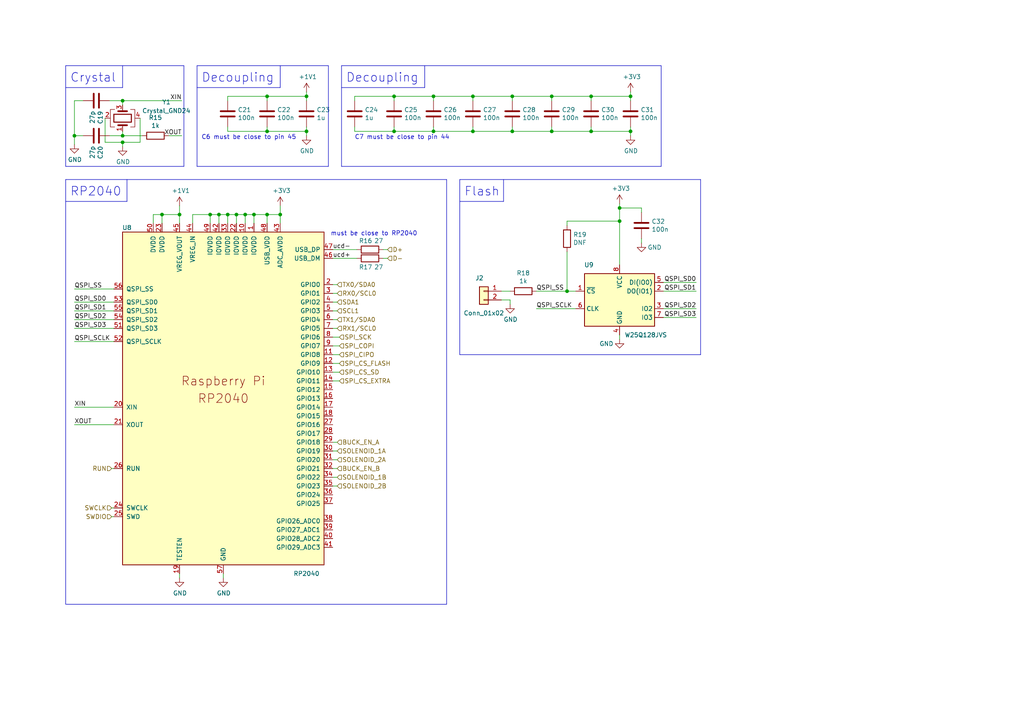
<source format=kicad_sch>
(kicad_sch (version 20230121) (generator eeschema)
  (paper "A4")
  (lib_symbols
    (symbol "Connector_Generic:Conn_01x02" (pin_names (offset 1.016) hide)
      (property "Reference" "J" (at 0 2.54 0))
      (property "Value" "Conn_01x02" (at 0 -5.08 0))
      (symbol "Conn_01x02_1_1"
        (rectangle (start -1.27 -2.413) (end 0 -2.667) (stroke (width 0.1524)))
        (rectangle (start -1.27 0.127) (end 0 -0.127) (stroke (width 0.1524)))
        (rectangle (start -1.27 1.27) (end 1.27 -3.81) (stroke (width 0.254)) (fill (type background)))
        (pin passive line (at -5.08 0 0) (length 3.81) (name "Pin_1") (number "1"))
        (pin passive line (at -5.08 -2.54 0) (length 3.81) (name "Pin_2") (number "2"))
      )
    )
    (symbol "Device:C" (pin_numbers hide) (pin_names (offset 0.254))
      (property "Reference" "C" (at 0.635 2.54 0))
      (property "Value" "C" (at 0.635 -2.54 0))
      (symbol "C_0_1"
        (polyline (pts (xy -2.032 -0.762) (xy 2.032 -0.762)) (stroke (width 0.508)))
        (polyline (pts (xy -2.032 0.762) (xy 2.032 0.762)) (stroke (width 0.508)))
      )
      (symbol "C_1_1"
        (pin passive line (at 0 3.81 270) (length 2.794) (name "~") (number "1"))
        (pin passive line (at 0 -3.81 90) (length 2.794) (name "~") (number "2"))
      )
    )
    (symbol "Device:Crystal_GND24" (pin_names (offset 1.016) hide)
      (property "Reference" "Y" (at 3.175 5.08 0))
      (property "Value" "Crystal_GND24" (at 3.175 3.175 0))
      (symbol "Crystal_GND24_0_1"
        (rectangle (start -1.143 2.54) (end 1.143 -2.54) (stroke (width 0.3048)))
        (polyline (pts (xy -2.54 0) (xy -2.032 0)))
        (polyline (pts (xy -2.032 -1.27) (xy -2.032 1.27)) (stroke (width 0.508)))
        (polyline (pts (xy 0 -3.81) (xy 0 -3.556)))
        (polyline (pts (xy 0 3.556) (xy 0 3.81)))
        (polyline (pts (xy 2.032 -1.27) (xy 2.032 1.27)) (stroke (width 0.508)))
        (polyline (pts (xy 2.032 0) (xy 2.54 0)))
        (polyline (pts (xy -2.54 -2.286) (xy -2.54 -3.556) (xy 2.54 -3.556) (xy 2.54 -2.286)))
        (polyline (pts (xy -2.54 2.286) (xy -2.54 3.556) (xy 2.54 3.556) (xy 2.54 2.286)))
      )
      (symbol "Crystal_GND24_1_1"
        (pin passive line (at -3.81 0 0) (length 1.27) (name "1") (number "1"))
        (pin passive line (at 0 5.08 270) (length 1.27) (name "2") (number "2"))
        (pin passive line (at 3.81 0 180) (length 1.27) (name "3") (number "3"))
        (pin passive line (at 0 -5.08 90) (length 1.27) (name "4") (number "4"))
      )
    )
    (symbol "Device:R" (pin_numbers hide) (pin_names (offset 0))
      (property "Reference" "R" (at 2.032 0 90))
      (property "Value" "R" (at 0 0 90))
      (symbol "R_0_1"
        (rectangle (start -1.016 -2.54) (end 1.016 2.54) (stroke (width 0.254)))
      )
      (symbol "R_1_1"
        (pin passive line (at 0 3.81 270) (length 1.27) (name "~") (number "1"))
        (pin passive line (at 0 -3.81 90) (length 1.27) (name "~") (number "2"))
      )
    )
    (symbol "MCU_RaspberryPi_RP2040:RP2040" (pin_names (offset 1.016))
      (property "Reference" "U" (at -29.21 49.53 0))
      (property "Value" "RP2040" (at 24.13 -49.53 0))
      (symbol "RP2040_0_0"
        (text "Raspberry Pi" (at 0 5.08 0) (effects (font (size 2.54 2.54))))
        (text "RP2040" (at 0 0 0) (effects (font (size 2.54 2.54))))
      )
      (symbol "RP2040_0_1"
        (rectangle (start 29.21 48.26) (end -29.21 -48.26) (stroke (width 0.254)) (fill (type background)))
      )
      (symbol "RP2040_1_1"
        (pin power_in line (at 8.89 50.8 270) (length 2.54) (name "IOVDD") (number "1"))
        (pin power_in line (at 6.35 50.8 270) (length 2.54) (name "IOVDD") (number "10"))
        (pin bidirectional line (at 31.75 12.7 180) (length 2.54) (name "GPIO8") (number "11"))
        (pin bidirectional line (at 31.75 10.16 180) (length 2.54) (name "GPIO9") (number "12"))
        (pin bidirectional line (at 31.75 7.62 180) (length 2.54) (name "GPIO10") (number "13"))
        (pin bidirectional line (at 31.75 5.08 180) (length 2.54) (name "GPIO11") (number "14"))
        (pin bidirectional line (at 31.75 2.54 180) (length 2.54) (name "GPIO12") (number "15"))
        (pin bidirectional line (at 31.75 0 180) (length 2.54) (name "GPIO13") (number "16"))
        (pin bidirectional line (at 31.75 -2.54 180) (length 2.54) (name "GPIO14") (number "17"))
        (pin bidirectional line (at 31.75 -5.08 180) (length 2.54) (name "GPIO15") (number "18"))
        (pin passive line (at -12.7 -50.8 90) (length 2.54) (name "TESTEN") (number "19"))
        (pin bidirectional line (at 31.75 33.02 180) (length 2.54) (name "GPIO0") (number "2"))
        (pin input line (at -31.75 -2.54 0) (length 2.54) (name "XIN") (number "20"))
        (pin passive line (at -31.75 -7.62 0) (length 2.54) (name "XOUT") (number "21"))
        (pin power_in line (at 3.81 50.8 270) (length 2.54) (name "IOVDD") (number "22"))
        (pin power_in line (at -17.78 50.8 270) (length 2.54) (name "DVDD") (number "23"))
        (pin output line (at -31.75 -31.75 0) (length 2.54) (name "SWCLK") (number "24"))
        (pin bidirectional line (at -31.75 -34.29 0) (length 2.54) (name "SWD") (number "25"))
        (pin input line (at -31.75 -20.32 0) (length 2.54) (name "RUN") (number "26"))
        (pin bidirectional line (at 31.75 -7.62 180) (length 2.54) (name "GPIO16") (number "27"))
        (pin bidirectional line (at 31.75 -10.16 180) (length 2.54) (name "GPIO17") (number "28"))
        (pin bidirectional line (at 31.75 -12.7 180) (length 2.54) (name "GPIO18") (number "29"))
        (pin bidirectional line (at 31.75 30.48 180) (length 2.54) (name "GPIO1") (number "3"))
        (pin bidirectional line (at 31.75 -15.24 180) (length 2.54) (name "GPIO19") (number "30"))
        (pin bidirectional line (at 31.75 -17.78 180) (length 2.54) (name "GPIO20") (number "31"))
        (pin bidirectional line (at 31.75 -20.32 180) (length 2.54) (name "GPIO21") (number "32"))
        (pin power_in line (at 1.27 50.8 270) (length 2.54) (name "IOVDD") (number "33"))
        (pin bidirectional line (at 31.75 -22.86 180) (length 2.54) (name "GPIO22") (number "34"))
        (pin bidirectional line (at 31.75 -25.4 180) (length 2.54) (name "GPIO23") (number "35"))
        (pin bidirectional line (at 31.75 -27.94 180) (length 2.54) (name "GPIO24") (number "36"))
        (pin bidirectional line (at 31.75 -30.48 180) (length 2.54) (name "GPIO25") (number "37"))
        (pin bidirectional line (at 31.75 -35.56 180) (length 2.54) (name "GPIO26_ADC0") (number "38"))
        (pin bidirectional line (at 31.75 -38.1 180) (length 2.54) (name "GPIO27_ADC1") (number "39"))
        (pin bidirectional line (at 31.75 27.94 180) (length 2.54) (name "GPIO2") (number "4"))
        (pin bidirectional line (at 31.75 -40.64 180) (length 2.54) (name "GPIO28_ADC2") (number "40"))
        (pin bidirectional line (at 31.75 -43.18 180) (length 2.54) (name "GPIO29_ADC3") (number "41"))
        (pin power_in line (at -1.27 50.8 270) (length 2.54) (name "IOVDD") (number "42"))
        (pin power_in line (at 16.51 50.8 270) (length 2.54) (name "ADC_AVDD") (number "43"))
        (pin power_in line (at -8.89 50.8 270) (length 2.54) (name "VREG_IN") (number "44"))
        (pin power_out line (at -12.7 50.8 270) (length 2.54) (name "VREG_VOUT") (number "45"))
        (pin bidirectional line (at 31.75 40.64 180) (length 2.54) (name "USB_DM") (number "46"))
        (pin bidirectional line (at 31.75 43.18 180) (length 2.54) (name "USB_DP") (number "47"))
        (pin power_in line (at 12.7 50.8 270) (length 2.54) (name "USB_VDD") (number "48"))
        (pin power_in line (at -3.81 50.8 270) (length 2.54) (name "IOVDD") (number "49"))
        (pin bidirectional line (at 31.75 25.4 180) (length 2.54) (name "GPIO3") (number "5"))
        (pin power_in line (at -20.32 50.8 270) (length 2.54) (name "DVDD") (number "50"))
        (pin bidirectional line (at -31.75 20.32 0) (length 2.54) (name "QSPI_SD3") (number "51"))
        (pin output line (at -31.75 16.51 0) (length 2.54) (name "QSPI_SCLK") (number "52"))
        (pin bidirectional line (at -31.75 27.94 0) (length 2.54) (name "QSPI_SD0") (number "53"))
        (pin bidirectional line (at -31.75 22.86 0) (length 2.54) (name "QSPI_SD2") (number "54"))
        (pin bidirectional line (at -31.75 25.4 0) (length 2.54) (name "QSPI_SD1") (number "55"))
        (pin bidirectional line (at -31.75 31.75 0) (length 2.54) (name "QSPI_SS") (number "56"))
        (pin power_in line (at 0 -50.8 90) (length 2.54) (name "GND") (number "57"))
        (pin bidirectional line (at 31.75 22.86 180) (length 2.54) (name "GPIO4") (number "6"))
        (pin bidirectional line (at 31.75 20.32 180) (length 2.54) (name "GPIO5") (number "7"))
        (pin bidirectional line (at 31.75 17.78 180) (length 2.54) (name "GPIO6") (number "8"))
        (pin bidirectional line (at 31.75 15.24 180) (length 2.54) (name "GPIO7") (number "9"))
      )
    )
    (symbol "Memory_Flash:W25Q128JVS"
      (property "Reference" "U" (at -8.89 8.89 0))
      (property "Value" "W25Q128JVS" (at 7.62 8.89 0))
      (symbol "W25Q128JVS_0_1"
        (rectangle (start -10.16 7.62) (end 10.16 -7.62) (stroke (width 0.254)) (fill (type background)))
      )
      (symbol "W25Q128JVS_1_1"
        (pin input line (at -12.7 2.54 0) (length 2.54) (name "~{CS}") (number "1"))
        (pin bidirectional line (at 12.7 2.54 180) (length 2.54) (name "DO(IO1)") (number "2"))
        (pin bidirectional line (at 12.7 -2.54 180) (length 2.54) (name "IO2") (number "3"))
        (pin power_in line (at 0 -10.16 90) (length 2.54) (name "GND") (number "4"))
        (pin bidirectional line (at 12.7 5.08 180) (length 2.54) (name "DI(IO0)") (number "5"))
        (pin input line (at -12.7 -2.54 0) (length 2.54) (name "CLK") (number "6"))
        (pin bidirectional line (at 12.7 -5.08 180) (length 2.54) (name "IO3") (number "7"))
        (pin power_in line (at 0 10.16 270) (length 2.54) (name "VCC") (number "8"))
      )
    )
    (symbol "power:+1V1" (power) (pin_names (offset 0))
      (property "Value" "+1V1" (at 0 3.556 0))
      (symbol "+1V1_0_1"
        (polyline (pts (xy -0.762 1.27) (xy 0 2.54)))
        (polyline (pts (xy 0 0) (xy 0 2.54)))
        (polyline (pts (xy 0 2.54) (xy 0.762 1.27)))
      )
      (symbol "+1V1_1_1"
        (pin power_in line (at 0 0 90) (length 0) hide (name "+1V1") (number "1"))
      )
    )
    (symbol "power:+3V3" (power) (pin_names (offset 0))
      (property "Value" "+3V3" (at 0 3.556 0))
      (symbol "+3V3_0_1"
        (polyline (pts (xy -0.762 1.27) (xy 0 2.54)))
        (polyline (pts (xy 0 0) (xy 0 2.54)))
        (polyline (pts (xy 0 2.54) (xy 0.762 1.27)))
      )
      (symbol "+3V3_1_1"
        (pin power_in line (at 0 0 90) (length 0) hide (name "+3V3") (number "1"))
      )
    )
    (symbol "power:GND" (power) (pin_names (offset 0))
      (property "Value" "GND" (at 0 -3.81 0))
      (symbol "GND_0_1"
        (polyline (pts (xy 0 0) (xy 0 -1.27) (xy 1.27 -1.27) (xy 0 -2.54) (xy -1.27 -1.27) (xy 0 -1.27)))
      )
      (symbol "GND_1_1"
        (pin power_in line (at 0 0 270) (length 0) hide (name "GND") (number "1"))
      )
    )
  )
  (junction (at 160.02 27.94))
  (junction (at 179.705 64.135))
  (junction (at 71.12 62.23))
  (junction (at 68.58 62.23))
  (junction (at 114.3 27.94))
  (junction (at 60.96 62.23))
  (junction (at 73.66 62.23))
  (junction (at 114.3 38.1))
  (junction (at 88.9 38.1))
  (junction (at 77.47 62.23))
  (junction (at 171.45 38.1))
  (junction (at 148.59 38.1))
  (junction (at 77.47 38.1))
  (junction (at 160.02 38.1))
  (junction (at 77.47 27.94))
  (junction (at 81.28 62.23))
  (junction (at 125.73 27.94))
  (junction (at 35.56 41.275))
  (junction (at 35.56 39.37))
  (junction (at 46.99 62.23))
  (junction (at 21.59 39.37))
  (junction (at 182.88 38.1))
  (junction (at 63.5 62.23))
  (junction (at 125.73 38.1))
  (junction (at 66.04 62.23))
  (junction (at 137.16 38.1))
  (junction (at 164.465 84.455))
  (junction (at 182.88 27.94))
  (junction (at 52.07 62.23))
  (junction (at 148.59 27.94))
  (junction (at 179.705 60.325))
  (junction (at 171.45 27.94))
  (junction (at 35.56 29.21))
  (junction (at 88.9 27.94))
  (junction (at 137.16 27.94))
  (polyline (pts (xy 123.19 25.4) (xy 123.19 19.05)))
  (wire (pts (xy 68.58 62.23) (xy 68.58 64.77)))
  (wire (pts (xy 171.45 36.83) (xy 171.45 38.1)))
  (wire (pts (xy 32.385 149.86) (xy 33.02 149.86)))
  (polyline (pts (xy 57.15 19.05) (xy 95.25 19.05)))
  (wire (pts (xy 77.47 38.1) (xy 88.9 38.1)))
  (wire (pts (xy 73.66 62.23) (xy 73.66 64.77)))
  (wire (pts (xy 125.73 29.21) (xy 125.73 27.94)))
  (wire (pts (xy 171.45 38.1) (xy 182.88 38.1)))
  (wire (pts (xy 155.575 84.455) (xy 164.465 84.455)))
  (wire (pts (xy 160.02 38.1) (xy 171.45 38.1)))
  (wire (pts (xy 71.12 62.23) (xy 73.66 62.23)))
  (wire (pts (xy 30.48 41.275) (xy 35.56 41.275)))
  (wire (pts (xy 96.52 128.27) (xy 97.79 128.27)))
  (polyline (pts (xy 57.15 19.05) (xy 57.15 48.26)))
  (wire (pts (xy 137.16 36.83) (xy 137.16 38.1)))
  (wire (pts (xy 96.52 100.33) (xy 98.425 100.33)))
  (wire (pts (xy 68.58 62.23) (xy 71.12 62.23)))
  (wire (pts (xy 164.465 65.405) (xy 164.465 64.135)))
  (wire (pts (xy 63.5 62.23) (xy 63.5 64.77)))
  (wire (pts (xy 52.07 59.69) (xy 52.07 62.23)))
  (wire (pts (xy 77.47 27.94) (xy 88.9 27.94)))
  (wire (pts (xy 40.64 34.29) (xy 40.64 41.275)))
  (polyline (pts (xy 57.15 25.4) (xy 81.28 25.4)))
  (polyline (pts (xy 95.25 48.26) (xy 95.25 19.05)))
  (wire (pts (xy 96.52 130.81) (xy 97.79 130.81)))
  (wire (pts (xy 160.02 27.94) (xy 171.45 27.94)))
  (wire (pts (xy 66.04 62.23) (xy 68.58 62.23)))
  (wire (pts (xy 96.52 72.39) (xy 103.505 72.39)))
  (wire (pts (xy 192.405 81.915) (xy 201.93 81.915)))
  (polyline (pts (xy 81.28 25.4) (xy 81.28 19.05)))
  (wire (pts (xy 35.56 39.37) (xy 41.275 39.37)))
  (wire (pts (xy 66.04 38.1) (xy 77.47 38.1)))
  (wire (pts (xy 66.04 27.94) (xy 77.47 27.94)))
  (wire (pts (xy 186.055 69.215) (xy 186.055 70.485)))
  (wire (pts (xy 102.87 38.1) (xy 114.3 38.1)))
  (wire (pts (xy 102.87 27.94) (xy 102.87 29.21)))
  (wire (pts (xy 24.13 39.37) (xy 21.59 39.37)))
  (polyline (pts (xy 53.34 19.05) (xy 19.05 19.05)))
  (wire (pts (xy 192.405 84.455) (xy 201.93 84.455)))
  (wire (pts (xy 96.52 107.95) (xy 98.425 107.95)))
  (wire (pts (xy 35.56 29.21) (xy 52.705 29.21)))
  (wire (pts (xy 21.59 90.17) (xy 33.02 90.17)))
  (polyline (pts (xy 146.05 52.07) (xy 146.05 58.42)))
  (polyline (pts (xy 133.35 58.42) (xy 146.05 58.42)))
  (wire (pts (xy 96.52 82.55) (xy 97.79 82.55)))
  (polyline (pts (xy 99.06 19.05) (xy 191.77 19.05)))
  (wire (pts (xy 77.47 29.21) (xy 77.47 27.94)))
  (wire (pts (xy 35.56 41.275) (xy 35.56 42.545)))
  (wire (pts (xy 66.04 29.21) (xy 66.04 27.94)))
  (wire (pts (xy 52.07 62.23) (xy 46.99 62.23)))
  (polyline (pts (xy 99.06 19.05) (xy 99.06 48.26)))
  (wire (pts (xy 60.96 62.23) (xy 63.5 62.23)))
  (wire (pts (xy 186.055 61.595) (xy 186.055 60.325)))
  (wire (pts (xy 137.16 38.1) (xy 148.59 38.1)))
  (wire (pts (xy 182.88 38.1) (xy 182.88 39.37)))
  (wire (pts (xy 102.87 36.83) (xy 102.87 38.1)))
  (wire (pts (xy 125.73 36.83) (xy 125.73 38.1)))
  (polyline (pts (xy 129.54 52.07) (xy 129.54 175.26)))
  (wire (pts (xy 77.47 62.23) (xy 77.47 64.77)))
  (wire (pts (xy 182.88 29.21) (xy 182.88 27.94)))
  (wire (pts (xy 164.465 84.455) (xy 167.005 84.455)))
  (wire (pts (xy 35.56 38.1) (xy 35.56 39.37)))
  (wire (pts (xy 171.45 27.94) (xy 182.88 27.94)))
  (wire (pts (xy 160.02 29.21) (xy 160.02 27.94)))
  (polyline (pts (xy 203.2 52.07) (xy 203.2 102.87)))
  (wire (pts (xy 32.385 147.32) (xy 33.02 147.32)))
  (wire (pts (xy 44.45 62.23) (xy 44.45 64.77)))
  (polyline (pts (xy 191.77 48.26) (xy 191.77 19.05)))
  (wire (pts (xy 46.99 62.23) (xy 46.99 64.77)))
  (wire (pts (xy 125.73 27.94) (xy 137.16 27.94)))
  (wire (pts (xy 96.52 138.43) (xy 97.79 138.43)))
  (wire (pts (xy 182.88 26.67) (xy 182.88 27.94)))
  (wire (pts (xy 114.3 36.83) (xy 114.3 38.1)))
  (wire (pts (xy 96.52 135.89) (xy 97.79 135.89)))
  (wire (pts (xy 66.04 62.23) (xy 66.04 64.77)))
  (wire (pts (xy 96.52 97.79) (xy 98.425 97.79)))
  (polyline (pts (xy 53.34 48.26) (xy 53.34 19.05)))
  (wire (pts (xy 145.415 84.455) (xy 147.955 84.455)))
  (wire (pts (xy 96.52 87.63) (xy 97.79 87.63)))
  (polyline (pts (xy 133.35 52.07) (xy 203.2 52.07)))
  (wire (pts (xy 73.66 62.23) (xy 77.47 62.23)))
  (wire (pts (xy 60.96 62.23) (xy 60.96 64.77)))
  (polyline (pts (xy 35.56 19.05) (xy 35.56 25.4)))
  (wire (pts (xy 96.52 85.09) (xy 97.79 85.09)))
  (wire (pts (xy 114.3 27.94) (xy 125.73 27.94)))
  (wire (pts (xy 21.59 39.37) (xy 21.59 41.91)))
  (wire (pts (xy 111.125 74.93) (xy 112.395 74.93)))
  (polyline (pts (xy 19.05 52.07) (xy 129.54 52.07)))
  (wire (pts (xy 21.59 123.19) (xy 33.02 123.19)))
  (wire (pts (xy 147.955 86.995) (xy 147.955 88.265)))
  (wire (pts (xy 30.48 34.29) (xy 30.48 41.275)))
  (wire (pts (xy 192.405 92.075) (xy 201.93 92.075)))
  (polyline (pts (xy 19.05 48.26) (xy 53.34 48.26)))
  (wire (pts (xy 148.59 36.83) (xy 148.59 38.1)))
  (wire (pts (xy 88.9 26.67) (xy 88.9 27.94)))
  (wire (pts (xy 96.52 140.97) (xy 97.79 140.97)))
  (wire (pts (xy 81.28 59.69) (xy 81.28 62.23)))
  (wire (pts (xy 35.56 41.275) (xy 40.64 41.275)))
  (wire (pts (xy 71.12 62.23) (xy 71.12 64.77)))
  (wire (pts (xy 148.59 29.21) (xy 148.59 27.94)))
  (wire (pts (xy 96.52 74.93) (xy 103.505 74.93)))
  (wire (pts (xy 46.99 62.23) (xy 44.45 62.23)))
  (wire (pts (xy 192.405 89.535) (xy 201.93 89.535)))
  (wire (pts (xy 96.52 92.71) (xy 97.79 92.71)))
  (wire (pts (xy 31.75 29.21) (xy 35.56 29.21)))
  (wire (pts (xy 179.705 64.135) (xy 179.705 76.835)))
  (polyline (pts (xy 19.05 58.42) (xy 36.83 58.42)))
  (wire (pts (xy 21.59 83.82) (xy 33.02 83.82)))
  (wire (pts (xy 96.52 95.25) (xy 97.79 95.25)))
  (wire (pts (xy 111.125 72.39) (xy 112.395 72.39)))
  (wire (pts (xy 182.88 36.83) (xy 182.88 38.1)))
  (wire (pts (xy 164.465 73.025) (xy 164.465 84.455)))
  (wire (pts (xy 48.895 39.37) (xy 52.705 39.37)))
  (wire (pts (xy 179.705 60.325) (xy 179.705 64.135)))
  (wire (pts (xy 114.3 29.21) (xy 114.3 27.94)))
  (wire (pts (xy 148.59 27.94) (xy 160.02 27.94)))
  (polyline (pts (xy 203.2 102.87) (xy 133.35 102.87)))
  (wire (pts (xy 88.9 38.1) (xy 88.9 39.37)))
  (wire (pts (xy 21.59 92.71) (xy 33.02 92.71)))
  (polyline (pts (xy 129.54 175.26) (xy 19.05 175.26)))
  (polyline (pts (xy 57.15 48.26) (xy 95.25 48.26)))
  (wire (pts (xy 24.13 29.21) (xy 21.59 29.21)))
  (wire (pts (xy 148.59 38.1) (xy 160.02 38.1)))
  (wire (pts (xy 125.73 38.1) (xy 137.16 38.1)))
  (wire (pts (xy 96.52 110.49) (xy 98.425 110.49)))
  (wire (pts (xy 96.52 102.87) (xy 98.425 102.87)))
  (wire (pts (xy 96.52 90.17) (xy 97.79 90.17)))
  (wire (pts (xy 21.59 87.63) (xy 33.02 87.63)))
  (wire (pts (xy 137.16 27.94) (xy 148.59 27.94)))
  (wire (pts (xy 155.575 89.535) (xy 167.005 89.535)))
  (wire (pts (xy 77.47 38.1) (xy 77.47 36.83)))
  (polyline (pts (xy 99.06 48.26) (xy 191.77 48.26)))
  (wire (pts (xy 66.04 36.83) (xy 66.04 38.1)))
  (wire (pts (xy 21.59 29.21) (xy 21.59 39.37)))
  (wire (pts (xy 186.055 60.325) (xy 179.705 60.325)))
  (wire (pts (xy 77.47 62.23) (xy 81.28 62.23)))
  (wire (pts (xy 179.705 59.055) (xy 179.705 60.325)))
  (wire (pts (xy 63.5 62.23) (xy 66.04 62.23)))
  (wire (pts (xy 35.56 29.21) (xy 35.56 30.48)))
  (wire (pts (xy 96.52 133.35) (xy 97.79 133.35)))
  (wire (pts (xy 21.59 99.06) (xy 33.02 99.06)))
  (wire (pts (xy 32.385 135.89) (xy 33.02 135.89)))
  (wire (pts (xy 88.9 38.1) (xy 88.9 36.83)))
  (wire (pts (xy 145.415 86.995) (xy 147.955 86.995)))
  (wire (pts (xy 55.88 62.23) (xy 60.96 62.23)))
  (wire (pts (xy 88.9 27.94) (xy 88.9 29.21)))
  (wire (pts (xy 171.45 29.21) (xy 171.45 27.94)))
  (polyline (pts (xy 19.05 25.4) (xy 35.56 25.4)))
  (polyline (pts (xy 19.05 19.05) (xy 19.05 48.26)))
  (wire (pts (xy 179.705 97.155) (xy 179.705 98.425)))
  (wire (pts (xy 52.07 166.37) (xy 52.07 167.64)))
  (wire (pts (xy 64.77 166.37) (xy 64.77 167.64)))
  (polyline (pts (xy 133.35 52.07) (xy 133.35 102.87)))
  (wire (pts (xy 137.16 29.21) (xy 137.16 27.94)))
  (polyline (pts (xy 36.83 58.42) (xy 36.83 52.07)))
  (wire (pts (xy 21.59 118.11) (xy 33.02 118.11)))
  (wire (pts (xy 160.02 36.83) (xy 160.02 38.1)))
  (wire (pts (xy 55.88 64.77) (xy 55.88 62.23)))
  (polyline (pts (xy 99.06 25.4) (xy 123.19 25.4)))
  (wire (pts (xy 114.3 38.1) (xy 125.73 38.1)))
  (wire (pts (xy 52.07 64.77) (xy 52.07 62.23)))
  (polyline (pts (xy 19.05 52.07) (xy 19.05 175.26)))
  (wire (pts (xy 31.75 39.37) (xy 35.56 39.37)))
  (wire (pts (xy 96.52 105.41) (xy 98.425 105.41)))
  (wire (pts (xy 21.59 95.25) (xy 33.02 95.25)))
  (wire (pts (xy 102.87 27.94) (xy 114.3 27.94)))
  (wire (pts (xy 81.28 62.23) (xy 81.28 64.77)))
  (wire (pts (xy 164.465 64.135) (xy 179.705 64.135)))
  (text "Decoupling\n" (at 100.33 24.13 0) (effects (font (size 2.54 2.54)) (justify left bottom)))
  (text "Flash" (at 134.62 57.15 0) (effects (font (size 2.54 2.54)) (justify left bottom)))
  (text "must be close to RP2040" (at 95.885 68.58 0) (effects (font (size 1.27 1.27)) (justify left bottom)))
  (text "Decoupling\n" (at 58.42 24.13 0) (effects (font (size 2.54 2.54)) (justify left bottom)))
  (text "C6 must be close to pin 45\n" (at 58.42 40.64 0) (effects (font (size 1.27 1.27)) (justify left bottom)))
  (text "Crystal" (at 20.32 24.13 0) (effects (font (size 2.54 2.54)) (justify left bottom)))
  (text "C7 must be close to pin 44\n" (at 102.87 40.64 0) (effects (font (size 1.27 1.27)) (justify left bottom)))
  (text "RP2040\n" (at 20.32 57.15 0) (effects (font (size 2.54 2.54)) (justify left bottom)))
  (label "QSPI_SS" (at 155.575 84.455 0))
  (label "ucd-" (at 96.52 72.39 0))
  (label "XIN" (at 52.705 29.21 180))
  (label "XOUT" (at 52.705 39.37 180))
  (label "QSPI_SCLK" (at 21.59 99.06 0))
  (label "QSPI_SD1" (at 21.59 90.17 0))
  (label "QSPI_SD2" (at 201.93 89.535 180))
  (label "XIN" (at 21.59 118.11 0))
  (label "QSPI_SD2" (at 21.59 92.71 0))
  (label "QSPI_SD3" (at 21.59 95.25 0))
  (label "QSPI_SD3" (at 201.93 92.075 180))
  (label "XOUT" (at 21.59 123.19 0))
  (label "QSPI_SS" (at 21.59 83.82 0))
  (label "QSPI_SD0" (at 21.59 87.63 0))
  (label "QSPI_SCLK" (at 155.575 89.535 0))
  (label "QSPI_SD1" (at 201.93 84.455 180))
  (label "QSPI_SD0" (at 201.93 81.915 180))
  (label "ucd+" (at 96.52 74.93 0))
  (hierarchical_label "SOLENOID_2B" (shape input) (at 97.79 140.97 0))
  (hierarchical_label "SWDIO" (shape input) (at 32.385 149.86 180))
  (hierarchical_label "SPI_COPI" (shape input) (at 98.425 100.33 0))
  (hierarchical_label "SOLENOID_2A" (shape input) (at 97.79 133.35 0))
  (hierarchical_label "TX1{slash}SDA0" (shape input) (at 97.79 92.71 0))
  (hierarchical_label "SOLENOID_1A" (shape input) (at 97.79 130.81 0))
  (hierarchical_label "SCL1" (shape input) (at 97.79 90.17 0))
  (hierarchical_label "RX0{slash}SCL0" (shape input) (at 97.79 85.09 0))
  (hierarchical_label "BUCK_EN_A" (shape input) (at 97.79 128.27 0))
  (hierarchical_label "SPI_CS_FLASH" (shape input) (at 98.425 105.41 0))
  (hierarchical_label "SPI_CS_SD" (shape input) (at 98.425 107.95 0))
  (hierarchical_label "D+" (shape input) (at 112.395 72.39 0))
  (hierarchical_label "RX1{slash}SCL0" (shape input) (at 97.79 95.25 0))
  (hierarchical_label "RUN" (shape input) (at 32.385 135.89 180))
  (hierarchical_label "TX0{slash}SDA0" (shape input) (at 97.79 82.55 0))
  (hierarchical_label "SOLENOID_1B" (shape input) (at 97.79 138.43 0))
  (hierarchical_label "BUCK_EN_B" (shape input) (at 97.79 135.89 0))
  (hierarchical_label "SPI_CS_EXTRA" (shape input) (at 98.425 110.49 0))
  (hierarchical_label "SDA1" (shape input) (at 97.79 87.63 0))
  (hierarchical_label "SPI_CIPO" (shape input) (at 98.425 102.87 0))
  (hierarchical_label "D-" (shape input) (at 112.395 74.93 0))
  (hierarchical_label "SWCLK" (shape input) (at 32.385 147.32 180))
  (hierarchical_label "SPI_SCK" (shape input) (at 98.425 97.79 0))
  (symbol (lib_id "Device:C") (at 27.94 39.37 270) (unit 1)
    (property "Reference" "C20" (at 29.1084 42.291 0) (effects (justify left)))
    (property "Value" "27p" (at 26.797 42.291 0) (effects (justify left)))
    (property "Footprint" "Capacitor_SMD:C_0603_1608Metric" (effects hide))
    (instances (project "UMRT_FC_R1" (path "" (reference "C20") (unit 1))) (project "EUROPA_R2" (path "" (reference "C3") (unit 1))))
  )
  (symbol (lib_id "Device:C") (at 27.94 29.21 270) (unit 1)
    (property "Reference" "C19" (at 29.1084 32.131 0) (effects (justify left)))
    (property "Value" "27p" (at 26.797 32.131 0) (effects (justify left)))
    (property "Footprint" "Capacitor_SMD:C_0603_1608Metric" (effects hide))
    (instances (project "UMRT_FC_R1" (path "" (reference "C19") (unit 1))) (project "EUROPA_R2" (path "" (reference "C2") (unit 1))))
  )
  (symbol (lib_id "power:GND") (at 88.9 39.37 0) (unit 1)
    (property "Reference" "#PWR032" (effects hide))
    (property "Value" "GND" (at 89.027 43.7642 0))
    (instances (project "UMRT_FC_R1" (path "" (reference "#PWR032") (unit 1))) (project "EUROPA_R2" (path "" (reference "#PWR013") (unit 1))))
  )
  (symbol (lib_id "power:+3V3") (at 81.28 59.69 0) (unit 1)
    (property "Reference" "#PWR030" (effects hide))
    (property "Value" "+3V3" (at 81.661 55.2958 0))
    (instances (project "UMRT_FC_R1" (path "" (reference "#PWR030") (unit 1))) (project "EUROPA_R2" (path "" (reference "#PWR011") (unit 1))))
  )
  (symbol (lib_id "Device:R") (at 107.315 74.93 270) (unit 1)
    (property "Reference" "R17" (at 106.045 77.47 90))
    (property "Value" "27" (at 109.855 77.47 90))
    (property "Footprint" "Resistor_SMD:R_0603_1608Metric" (effects hide))
    (instances (project "UMRT_FC_R1" (path "" (reference "R17") (unit 1))) (project "EUROPA_R2" (path "" (reference "R4") (unit 1))))
  )
  (symbol (lib_id "power:GND") (at 147.955 88.265 0) (unit 1)
    (property "Reference" "#PWR033" (effects hide))
    (property "Value" "GND" (at 148.082 92.6592 0))
    (instances (project "UMRT_FC_R1" (path "" (reference "#PWR033") (unit 1))) (project "EUROPA_R2" (path "" (reference "#PWR014") (unit 1))))
  )
  (symbol (lib_id "Device:R") (at 164.465 69.215 0) (unit 1)
    (property "Reference" "R19" (at 166.243 68.0466 0) (effects (justify left)))
    (property "Value" "DNF" (at 166.243 70.358 0) (effects (justify left)))
    (property "Footprint" "Resistor_SMD:R_0603_1608Metric" (effects hide))
    (instances (project "UMRT_FC_R1" (path "" (reference "R19") (unit 1))) (project "EUROPA_R2" (path "" (reference "R6") (unit 1))))
  )
  (symbol (lib_id "Device:C") (at 171.45 33.02 0) (unit 1)
    (property "Reference" "C30" (at 174.371 31.8516 0) (effects (justify left)))
    (property "Value" "100n" (at 174.371 34.163 0) (effects (justify left)))
    (property "Footprint" "Capacitor_SMD:C_0603_1608Metric" (effects hide))
    (instances (project "UMRT_FC_R1" (path "" (reference "C30") (unit 1))) (project "EUROPA_R2" (path "" (reference "C13") (unit 1))))
  )
  (symbol (lib_id "power:GND") (at 186.055 70.485 0) (unit 1)
    (property "Reference" "#PWR038" (effects hide))
    (property "Value" "GND" (at 189.865 71.755 0))
    (instances (project "UMRT_FC_R1" (path "" (reference "#PWR038") (unit 1))) (project "EUROPA_R2" (path "" (reference "#PWR019") (unit 1))))
  )
  (symbol (lib_id "power:+3V3") (at 182.88 26.67 0) (unit 1)
    (property "Reference" "#PWR036" (effects hide))
    (property "Value" "+3V3" (at 183.261 22.2758 0))
    (instances (project "UMRT_FC_R1" (path "" (reference "#PWR036") (unit 1))) (project "EUROPA_R2" (path "" (reference "#PWR017") (unit 1))))
  )
  (symbol (lib_id "Device:C") (at 160.02 33.02 0) (unit 1)
    (property "Reference" "C29" (at 162.941 31.8516 0) (effects (justify left)))
    (property "Value" "100n" (at 162.941 34.163 0) (effects (justify left)))
    (property "Footprint" "Capacitor_SMD:C_0603_1608Metric" (effects hide))
    (instances (project "UMRT_FC_R1" (path "" (reference "C29") (unit 1))) (project "EUROPA_R2" (path "" (reference "C12") (unit 1))))
  )
  (symbol (lib_id "power:GND") (at 35.56 42.545 0) (unit 1)
    (property "Reference" "#PWR026" (effects hide))
    (property "Value" "GND" (at 35.687 46.9392 0))
    (instances (project "UMRT_FC_R1" (path "" (reference "#PWR026") (unit 1))) (project "EUROPA_R2" (path "" (reference "#PWR07") (unit 1))))
  )
  (symbol (lib_id "power:GND") (at 64.77 167.64 0) (unit 1)
    (property "Reference" "#PWR029" (effects hide))
    (property "Value" "GND" (at 64.897 172.0342 0))
    (instances (project "UMRT_FC_R1" (path "" (reference "#PWR029") (unit 1))) (project "EUROPA_R2" (path "" (reference "#PWR010") (unit 1))))
  )
  (symbol (lib_id "Device:C") (at 186.055 65.405 0) (unit 1)
    (property "Reference" "C32" (at 188.976 64.2366 0) (effects (justify left)))
    (property "Value" "100n" (at 188.976 66.548 0) (effects (justify left)))
    (property "Footprint" "Capacitor_SMD:C_0603_1608Metric" (effects hide))
    (instances (project "UMRT_FC_R1" (path "" (reference "C32") (unit 1))) (project "EUROPA_R2" (path "" (reference "C15") (unit 1))))
  )
  (symbol (lib_id "Device:R") (at 45.085 39.37 270) (unit 1)
    (property "Reference" "R15" (at 45.085 34.1122 90))
    (property "Value" "1k" (at 45.085 36.4236 90))
    (property "Footprint" "Resistor_SMD:R_0603_1608Metric" (effects hide))
    (instances (project "UMRT_FC_R1" (path "" (reference "R15") (unit 1))) (project "EUROPA_R2" (path "" (reference "R2") (unit 1))))
  )
  (symbol (lib_id "power:GND") (at 52.07 167.64 0) (unit 1)
    (property "Reference" "#PWR028" (effects hide))
    (property "Value" "GND" (at 52.197 172.0342 0))
    (instances (project "UMRT_FC_R1" (path "" (reference "#PWR028") (unit 1))) (project "EUROPA_R2" (path "" (reference "#PWR09") (unit 1))))
  )
  (symbol (lib_id "power:+1V1") (at 52.07 59.69 0) (unit 1)
    (property "Reference" "#PWR027" (effects hide))
    (property "Value" "+1V1" (at 52.451 55.2958 0))
    (instances (project "UMRT_FC_R1" (path "" (reference "#PWR027") (unit 1))) (project "EUROPA_R2" (path "" (reference "#PWR08") (unit 1))))
  )
  (symbol (lib_id "Device:C") (at 182.88 33.02 0) (unit 1)
    (property "Reference" "C31" (at 185.801 31.8516 0) (effects (justify left)))
    (property "Value" "100n" (at 185.801 34.163 0) (effects (justify left)))
    (property "Footprint" "Capacitor_SMD:C_0603_1608Metric" (effects hide))
    (instances (project "UMRT_FC_R1" (path "" (reference "C31") (unit 1))) (project "EUROPA_R2" (path "" (reference "C14") (unit 1))))
  )
  (symbol (lib_id "Device:C") (at 102.87 33.02 0) (unit 1)
    (property "Reference" "C24" (at 105.791 31.8516 0) (effects (justify left)))
    (property "Value" "1u" (at 105.791 34.163 0) (effects (justify left)))
    (property "Footprint" "Capacitor_SMD:C_0603_1608Metric" (effects hide))
    (instances (project "UMRT_FC_R1" (path "" (reference "C24") (unit 1))) (project "EUROPA_R2" (path "" (reference "C7") (unit 1))))
  )
  (symbol (lib_id "Device:C") (at 148.59 33.02 0) (unit 1)
    (property "Reference" "C28" (at 151.511 31.8516 0) (effects (justify left)))
    (property "Value" "100n" (at 151.511 34.163 0) (effects (justify left)))
    (property "Footprint" "Capacitor_SMD:C_0603_1608Metric" (effects hide))
    (instances (project "UMRT_FC_R1" (path "" (reference "C28") (unit 1))) (project "EUROPA_R2" (path "" (reference "C11") (unit 1))))
  )
  (symbol (lib_id "Device:R") (at 107.315 72.39 270) (unit 1)
    (property "Reference" "R16" (at 106.045 69.85 90))
    (property "Value" "27" (at 109.855 69.85 90))
    (property "Footprint" "Resistor_SMD:R_0603_1608Metric" (effects hide))
    (instances (project "UMRT_FC_R1" (path "" (reference "R16") (unit 1))) (project "EUROPA_R2" (path "" (reference "R3") (unit 1))))
  )
  (symbol (lib_id "MCU_RaspberryPi_RP2040:RP2040") (at 64.77 115.57 0) (unit 1)
    (property "Reference" "U8" (at 36.83 66.04 0))
    (property "Value" "RP2040" (at 88.9 166.37 0))
    (property "Footprint" "Package_DFN_QFN:QFN-56-1EP_7x7mm_P0.4mm_EP3.2x3.2mm" (effects hide))
    (instances (project "UMRT_FC_R1" (path "" (reference "U8") (unit 1))) (project "EUROPA_R2" (path "" (reference "U1") (unit 1))))
  )
  (symbol (lib_id "Device:C") (at 114.3 33.02 0) (unit 1)
    (property "Reference" "C25" (at 117.221 31.8516 0) (effects (justify left)))
    (property "Value" "100n" (at 117.221 34.163 0) (effects (justify left)))
    (property "Footprint" "Capacitor_SMD:C_0603_1608Metric" (effects hide))
    (instances (project "UMRT_FC_R1" (path "" (reference "C25") (unit 1))) (project "EUROPA_R2" (path "" (reference "C8") (unit 1))))
  )
  (symbol (lib_id "Device:C") (at 125.73 33.02 0) (unit 1)
    (property "Reference" "C26" (at 128.651 31.8516 0) (effects (justify left)))
    (property "Value" "100n" (at 128.651 34.163 0) (effects (justify left)))
    (property "Footprint" "Capacitor_SMD:C_0603_1608Metric" (effects hide))
    (instances (project "UMRT_FC_R1" (path "" (reference "C26") (unit 1))) (project "EUROPA_R2" (path "" (reference "C9") (unit 1))))
  )
  (symbol (lib_id "Device:R") (at 151.765 84.455 270) (unit 1)
    (property "Reference" "R18" (at 151.765 79.1972 90))
    (property "Value" "1k" (at 151.765 81.5086 90))
    (property "Footprint" "Resistor_SMD:R_0603_1608Metric" (effects hide))
    (instances (project "UMRT_FC_R1" (path "" (reference "R18") (unit 1))) (project "EUROPA_R2" (path "" (reference "R5") (unit 1))))
  )
  (symbol (lib_id "Memory_Flash:W25Q128JVS") (at 179.705 86.995 0) (unit 1)
    (property "Reference" "U9" (at 170.815 76.835 0))
    (property "Value" "W25Q128JVS" (at 187.325 97.155 0))
    (property "Footprint" "Package_SO:SOIC-8_5.23x5.23mm_P1.27mm" (effects hide))
    (property "Datasheet" "http://www.winbond.com/resource-files/w25q128jv_dtr%20revc%2003272018%20plus.pdf" (effects hide))
    (instances (project "UMRT_FC_R1" (path "" (reference "U9") (unit 1))) (project "EUROPA_R2" (path "" (reference "U2") (unit 1))))
  )
  (symbol (lib_id "power:+3V3") (at 179.705 59.055 0) (unit 1)
    (property "Reference" "#PWR034" (effects hide))
    (property "Value" "+3V3" (at 180.086 54.6608 0))
    (instances (project "UMRT_FC_R1" (path "" (reference "#PWR034") (unit 1))) (project "EUROPA_R2" (path "" (reference "#PWR015") (unit 1))))
  )
  (symbol (lib_id "Device:Crystal_GND24") (at 35.56 34.29 90) (unit 1)
    (property "Reference" "Y1" (at 48.26 29.591 90))
    (property "Value" "Crystal_GND24" (at 48.26 32.131 90))
    (property "Footprint" "Crystal:Crystal_SMD_3225-4Pin_3.2x2.5mm" (effects hide))
  )
  (symbol (lib_id "power:GND") (at 21.59 41.91 0) (unit 1)
    (property "Reference" "#PWR025" (effects hide))
    (property "Value" "GND" (at 21.717 46.3042 0))
    (instances (project "UMRT_FC_R1" (path "" (reference "#PWR025") (unit 1))) (project "EUROPA_R2" (path "" (reference "#PWR06") (unit 1))))
  )
  (symbol (lib_id "Device:C") (at 66.04 33.02 0) (unit 1)
    (property "Reference" "C21" (at 68.961 31.8516 0) (effects (justify left)))
    (property "Value" "100n" (at 68.961 34.163 0) (effects (justify left)))
    (property "Footprint" "Capacitor_SMD:C_0603_1608Metric" (effects hide))
    (instances (project "UMRT_FC_R1" (path "" (reference "C21") (unit 1))) (project "EUROPA_R2" (path "" (reference "C4") (unit 1))))
  )
  (symbol (lib_id "power:GND") (at 182.88 39.37 0) (unit 1)
    (property "Reference" "#PWR037" (effects hide))
    (property "Value" "GND" (at 183.007 43.7642 0))
    (instances (project "UMRT_FC_R1" (path "" (reference "#PWR037") (unit 1))) (project "EUROPA_R2" (path "" (reference "#PWR018") (unit 1))))
  )
  (symbol (lib_id "Device:C") (at 88.9 33.02 0) (unit 1)
    (property "Reference" "C23" (at 91.821 31.8516 0) (effects (justify left)))
    (property "Value" "1u" (at 91.821 34.163 0) (effects (justify left)))
    (property "Footprint" "Capacitor_SMD:C_0603_1608Metric" (effects hide))
    (instances (project "UMRT_FC_R1" (path "" (reference "C23") (unit 1))) (project "EUROPA_R2" (path "" (reference "C6") (unit 1))))
  )
  (symbol (lib_id "Device:C") (at 137.16 33.02 0) (unit 1)
    (property "Reference" "C27" (at 140.081 31.8516 0) (effects (justify left)))
    (property "Value" "100n" (at 140.081 34.163 0) (effects (justify left)))
    (property "Footprint" "Capacitor_SMD:C_0603_1608Metric" (effects hide))
    (instances (project "UMRT_FC_R1" (path "" (reference "C27") (unit 1))) (project "EUROPA_R2" (path "" (reference "C10") (unit 1))))
  )
  (symbol (lib_id "power:+1V1") (at 88.9 26.67 0) (unit 1)
    (property "Reference" "#PWR031" (effects hide))
    (property "Value" "+1V1" (at 89.281 22.2758 0))
    (instances (project "UMRT_FC_R1" (path "" (reference "#PWR031") (unit 1))) (project "EUROPA_R2" (path "" (reference "#PWR012") (unit 1))))
  )
  (symbol (lib_id "Device:C") (at 77.47 33.02 0) (unit 1)
    (property "Reference" "C22" (at 80.391 31.8516 0) (effects (justify left)))
    (property "Value" "100n" (at 80.391 34.163 0) (effects (justify left)))
    (property "Footprint" "Capacitor_SMD:C_0603_1608Metric" (effects hide))
    (instances (project "UMRT_FC_R1" (path "" (reference "C22") (unit 1))) (project "EUROPA_R2" (path "" (reference "C5") (unit 1))))
  )
  (symbol (lib_id "power:GND") (at 179.705 98.425 0) (unit 1)
    (property "Reference" "#PWR035" (effects hide))
    (property "Value" "GND" (at 175.895 99.695 0))
    (instances (project "UMRT_FC_R1" (path "" (reference "#PWR035") (unit 1))) (project "EUROPA_R2" (path "" (reference "#PWR016") (unit 1))))
  )
  (symbol (lib_id "Connector_Generic:Conn_01x02") (at 140.335 84.455 0) (mirror y) (unit 1)
    (property "Reference" "J2" (at 139.065 80.645 0))
    (property "Value" "Conn_01x02" (at 140.335 90.805 0))
    (property "Footprint" "Connector_PinHeader_2.54mm:PinHeader_1x02_P2.54mm_Vertical" (effects hide))
    (instances (project "UMRT_FC_R1" (path "" (reference "J2") (unit 1))) (project "EUROPA_R2" (path "" (reference "J5") (unit 1))))
  )
)
</source>
